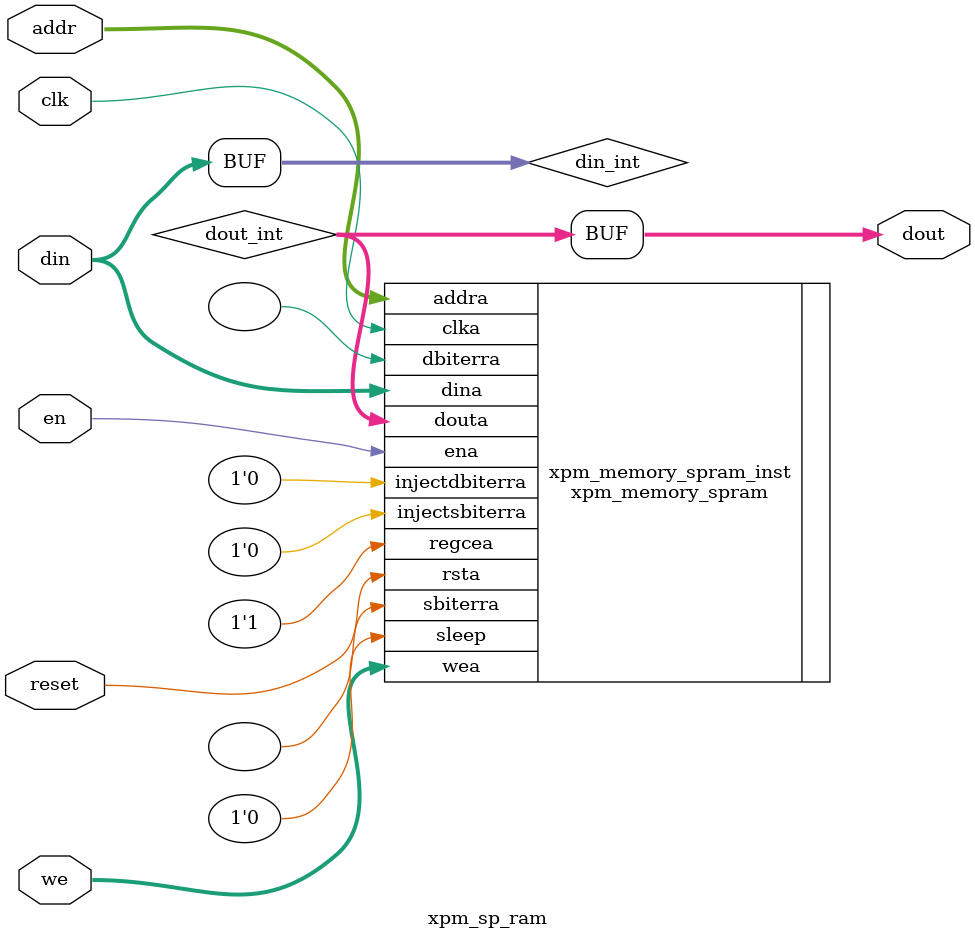
<source format=v>

module xpm_sp_ram #(
    parameter MEM_TYPE = "auto",        //auto, distributed, block, ultra
    parameter MEM_DATAWIDTH = 128,
    parameter MEM_ADDRWIDTH = 14
)
(
    input   wire                              clk,
    input   wire                              reset,

    input   wire                              en,
    input   wire    [(MEM_DATAWIDTH+7)/8-1:0] we,
    input   wire          [MEM_ADDRWIDTH-1:0] addr,
    input   wire          [MEM_DATAWIDTH-1:0] din,
    output  wire          [MEM_DATAWIDTH-1:0] dout
);

    localparam MEM_DATAWIDTH_BYTEALIGN = ((MEM_DATAWIDTH+7)/8) << 3;

    wire [MEM_DATAWIDTH_BYTEALIGN-1:0] din_int;
    wire [MEM_DATAWIDTH_BYTEALIGN-1:0] dout_int;

    generate
    if (MEM_DATAWIDTH_BYTEALIGN == MEM_DATAWIDTH) begin: datawidth_aligned
        assign din_int = din;
    end else begin: datawidth_notaligned
        assign din_int = {{(MEM_DATAWIDTH_BYTEALIGN-MEM_DATAWIDTH){1'b0}}, din};
    end
    endgenerate

    assign dout = dout_int[MEM_DATAWIDTH-1:0];


    // xpm_memory_spram: Single Port RAM
    // Xilinx Parameterized Macro, version 2019.1
    xpm_memory_spram #(
        .ADDR_WIDTH_A(MEM_ADDRWIDTH),   // DECIMAL
        .AUTO_SLEEP_TIME(0),            // DECIMAL
        .BYTE_WRITE_WIDTH_A(8),         // DECIMAL
        .CASCADE_HEIGHT(0),             // DECIMAL
        .ECC_MODE("no_ecc"),            // String
        .MEMORY_INIT_FILE("none"),      // String
        .MEMORY_INIT_PARAM("0"),        // String
        .MEMORY_OPTIMIZATION("true"),   // String
        .MEMORY_PRIMITIVE(MEM_TYPE),    // String
        .MEMORY_SIZE(MEM_DATAWIDTH_BYTEALIGN*(1<<MEM_ADDRWIDTH)), // DECIMAL
        .MESSAGE_CONTROL(0),            // DECIMAL
        .READ_DATA_WIDTH_A(MEM_DATAWIDTH_BYTEALIGN), // DECIMAL
        .READ_LATENCY_A(1),             // DECIMAL
        .READ_RESET_VALUE_A("0"),       // String
        .RST_MODE_A("SYNC"),            // String
        .SIM_ASSERT_CHK(0),             // DECIMAL; 0=disable simulation messages, 1=enable simulation messages
        .USE_MEM_INIT(0),               // DECIMAL
        .WAKEUP_TIME("disable_sleep"),  // String
        .WRITE_DATA_WIDTH_A(MEM_DATAWIDTH_BYTEALIGN), // DECIMAL
        .WRITE_MODE_A("read_first")     // String
    )
    xpm_memory_spram_inst (
        .dbiterra(),            // 1-bit output: Status signal to indicate double bit error occurrence
                                // on the data output of port A.
        .douta(dout_int),       // READ_DATA_WIDTH_A-bit output: Data output for port A read operations.
        .sbiterra(),            // 1-bit output: Status signal to indicate single bit error occurrence
                                // on the data output of port A.
        .addra(addr),           // ADDR_WIDTH_A-bit input: Address for port A write and read operations.
        .clka(clk),             // 1-bit input: Clock signal for port A.
        .dina(din_int),         // WRITE_DATA_WIDTH_A-bit input: Data input for port A write operations.
        .ena(en),               // 1-bit input: Memory enable signal for port A. Must be high on clock
                                // cycles when read or write operations are initiated. Pipelined
                                // internally.
        .injectdbiterra(1'b0),  // 1-bit input: Controls double bit error injection on input data when
                                // ECC enabled (Error injection capability is not available in
                                // "decode_only" mode).
        .injectsbiterra(1'b0),  // 1-bit input: Controls single bit error injection on input data when
                                // ECC enabled (Error injection capability is not available in
                                // "decode_only" mode).
        .regcea(1'b1),          // 1-bit input: Clock Enable for the last register stage on the output data path.
        .rsta(reset),           // 1-bit input: Reset signal for the final port A output register stage.
                                // Synchronously resets output port douta to the value specified by
                                // parameter READ_RESET_VALUE_A.
        .sleep(1'b0),           // 1-bit input: sleep signal to enable the dynamic power saving feature.
        .wea(we)                // WRITE_DATA_WIDTH_A-bit input: Write enable vector for port A input
                                // data port dina. 1 bit wide when word-wide writes are used. In
                                // byte-wide write configurations, each bit controls the writing one
                                // byte of dina to address addra. For example, to synchronously write
                                // only bits [15-8] of dina when WRITE_DATA_WIDTH_A is 32, wea would be
                                // 4'b0010.
    );


endmodule

</source>
